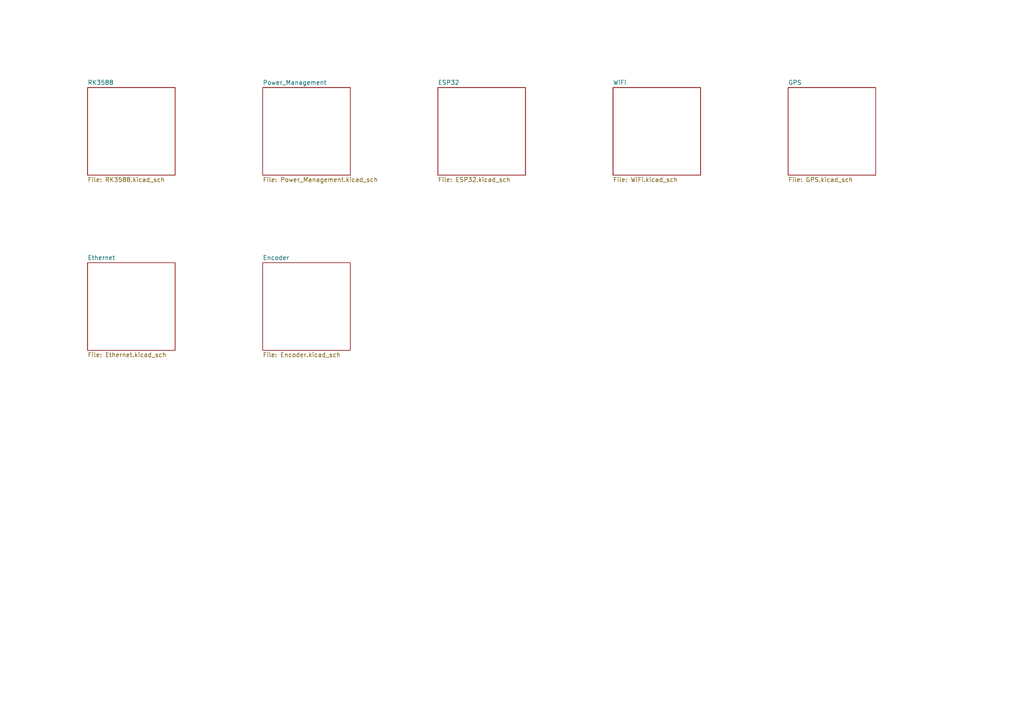
<source format=kicad_sch>
(kicad_sch
	(version 20250114)
	(generator "eeschema")
	(generator_version "9.0")
	(uuid "1d5a1342-f497-4807-8bdb-ea718133b0ad")
	(paper "A4")
	(lib_symbols)
	(sheet
		(at 228.6 25.4)
		(size 25.4 25.4)
		(exclude_from_sim no)
		(in_bom yes)
		(on_board yes)
		(dnp no)
		(fields_autoplaced yes)
		(stroke
			(width 0.1524)
			(type solid)
		)
		(fill
			(color 0 0 0 0.0000)
		)
		(uuid "47f846f7-67f6-44ee-b9eb-cd197539bf38")
		(property "Sheetname" "GPS"
			(at 228.6 24.6884 0)
			(effects
				(font
					(size 1.27 1.27)
				)
				(justify left bottom)
			)
		)
		(property "Sheetfile" "GPS.kicad_sch"
			(at 228.6 51.3846 0)
			(effects
				(font
					(size 1.27 1.27)
				)
				(justify left top)
			)
		)
		(instances
			(project "v7_RK3588_PCB"
				(path "/1d5a1342-f497-4807-8bdb-ea718133b0ad"
					(page "6")
				)
			)
		)
	)
	(sheet
		(at 25.4 25.4)
		(size 25.4 25.4)
		(exclude_from_sim no)
		(in_bom yes)
		(on_board yes)
		(dnp no)
		(fields_autoplaced yes)
		(stroke
			(width 0.1524)
			(type solid)
		)
		(fill
			(color 0 0 0 0.0000)
		)
		(uuid "77793a01-8f46-430d-b624-7c100cf55ba9")
		(property "Sheetname" "RK3588"
			(at 25.4 24.6884 0)
			(effects
				(font
					(size 1.27 1.27)
				)
				(justify left bottom)
			)
		)
		(property "Sheetfile" "RK3588.kicad_sch"
			(at 25.4 51.3846 0)
			(effects
				(font
					(size 1.27 1.27)
				)
				(justify left top)
			)
		)
		(instances
			(project "v7_RK3588_PCB"
				(path "/1d5a1342-f497-4807-8bdb-ea718133b0ad"
					(page "2")
				)
			)
		)
	)
	(sheet
		(at 76.2 25.4)
		(size 25.4 25.4)
		(exclude_from_sim no)
		(in_bom yes)
		(on_board yes)
		(dnp no)
		(fields_autoplaced yes)
		(stroke
			(width 0.1524)
			(type solid)
		)
		(fill
			(color 0 0 0 0.0000)
		)
		(uuid "78fe3951-8600-487e-be83-2fa05867ca4d")
		(property "Sheetname" "Power_Management"
			(at 76.2 24.6884 0)
			(effects
				(font
					(size 1.27 1.27)
				)
				(justify left bottom)
			)
		)
		(property "Sheetfile" "Power_Management.kicad_sch"
			(at 76.2 51.3846 0)
			(effects
				(font
					(size 1.27 1.27)
				)
				(justify left top)
			)
		)
		(instances
			(project "v7_RK3588_PCB"
				(path "/1d5a1342-f497-4807-8bdb-ea718133b0ad"
					(page "3")
				)
			)
		)
	)
	(sheet
		(at 127 25.4)
		(size 25.4 25.4)
		(exclude_from_sim no)
		(in_bom yes)
		(on_board yes)
		(dnp no)
		(fields_autoplaced yes)
		(stroke
			(width 0.1524)
			(type solid)
		)
		(fill
			(color 0 0 0 0.0000)
		)
		(uuid "b418012e-e41c-45cb-95e2-9df3841fef2a")
		(property "Sheetname" "ESP32"
			(at 127 24.6884 0)
			(effects
				(font
					(size 1.27 1.27)
				)
				(justify left bottom)
			)
		)
		(property "Sheetfile" "ESP32.kicad_sch"
			(at 127 51.3846 0)
			(effects
				(font
					(size 1.27 1.27)
				)
				(justify left top)
			)
		)
		(instances
			(project "v7_RK3588_PCB"
				(path "/1d5a1342-f497-4807-8bdb-ea718133b0ad"
					(page "4")
				)
			)
		)
	)
	(sheet
		(at 76.2 76.2)
		(size 25.4 25.4)
		(exclude_from_sim no)
		(in_bom yes)
		(on_board yes)
		(dnp no)
		(fields_autoplaced yes)
		(stroke
			(width 0.1524)
			(type solid)
		)
		(fill
			(color 0 0 0 0.0000)
		)
		(uuid "ba2311cd-4396-434c-a7f5-5b695cafe681")
		(property "Sheetname" "Encoder"
			(at 76.2 75.4884 0)
			(effects
				(font
					(size 1.27 1.27)
				)
				(justify left bottom)
			)
		)
		(property "Sheetfile" "Encoder.kicad_sch"
			(at 76.2 102.1846 0)
			(effects
				(font
					(size 1.27 1.27)
				)
				(justify left top)
			)
		)
		(instances
			(project "v7_RK3588_PCB"
				(path "/1d5a1342-f497-4807-8bdb-ea718133b0ad"
					(page "8")
				)
			)
		)
	)
	(sheet
		(at 177.8 25.4)
		(size 25.4 25.4)
		(exclude_from_sim no)
		(in_bom yes)
		(on_board yes)
		(dnp no)
		(fields_autoplaced yes)
		(stroke
			(width 0.1524)
			(type solid)
		)
		(fill
			(color 0 0 0 0.0000)
		)
		(uuid "dc3b401d-9c3d-40ba-8d50-ad0ed91fdbb5")
		(property "Sheetname" "WiFi"
			(at 177.8 24.6884 0)
			(effects
				(font
					(size 1.27 1.27)
				)
				(justify left bottom)
			)
		)
		(property "Sheetfile" "WiFi.kicad_sch"
			(at 177.8 51.3846 0)
			(effects
				(font
					(size 1.27 1.27)
				)
				(justify left top)
			)
		)
		(instances
			(project "v7_RK3588_PCB"
				(path "/1d5a1342-f497-4807-8bdb-ea718133b0ad"
					(page "5")
				)
			)
		)
	)
	(sheet
		(at 25.4 76.2)
		(size 25.4 25.4)
		(exclude_from_sim no)
		(in_bom yes)
		(on_board yes)
		(dnp no)
		(fields_autoplaced yes)
		(stroke
			(width 0.1524)
			(type solid)
		)
		(fill
			(color 0 0 0 0.0000)
		)
		(uuid "fb1254ad-a22e-4d7b-81d8-e9d32dd5de93")
		(property "Sheetname" "Ethernet"
			(at 25.4 75.4884 0)
			(effects
				(font
					(size 1.27 1.27)
				)
				(justify left bottom)
			)
		)
		(property "Sheetfile" "Ethernet.kicad_sch"
			(at 25.4 102.1846 0)
			(effects
				(font
					(size 1.27 1.27)
				)
				(justify left top)
			)
		)
		(instances
			(project "v7_RK3588_PCB"
				(path "/1d5a1342-f497-4807-8bdb-ea718133b0ad"
					(page "7")
				)
			)
		)
	)
	(sheet_instances
		(path "/"
			(page "1")
		)
	)
	(embedded_fonts no)
)

</source>
